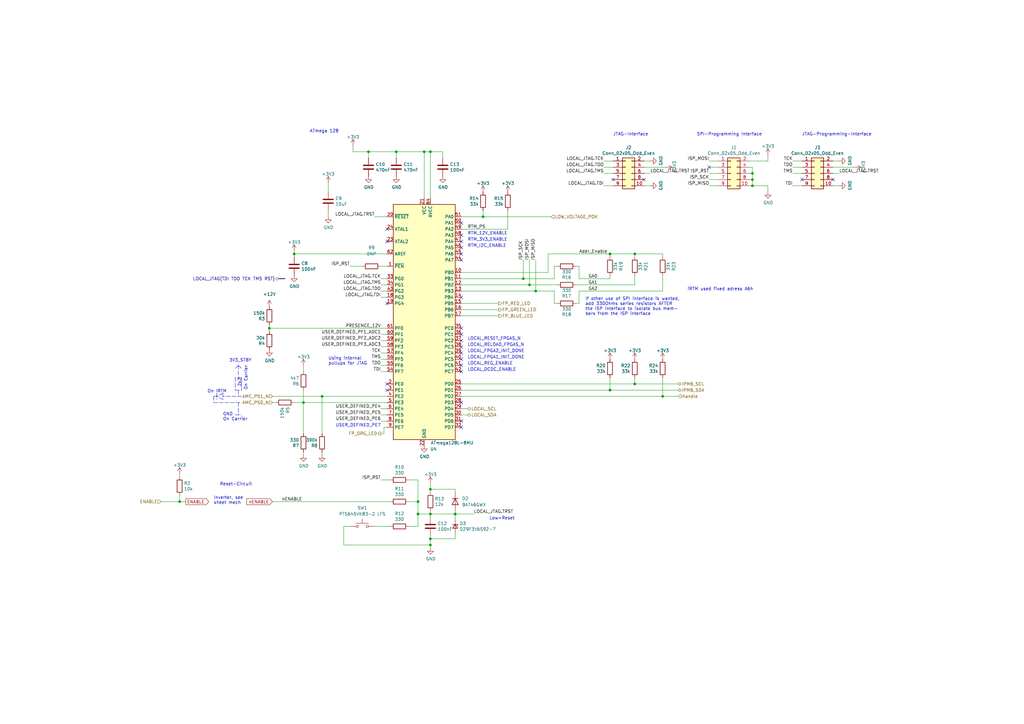
<source format=kicad_sch>
(kicad_sch (version 20211123) (generator eeschema)
  (paper "A3")
  (title_block (title "RTM_Template") (date "2022-09-07") (rev "1.0") (company "Karlsruhe Institute of Technology (KIT)") (comment 1 "Institute for Data Processing and Electronics (IPE)") (comment 2 "Carsten Schmerbeck") (comment 3 "Luis Ardila") (comment 4 "Licensed under CERN-OHL-P v2"))
  (lib_symbols
    (symbol "Connector_Generic:Conn_02x05_Odd_Even" (pin_names (offset 1.016) hide)
      (property "Reference" "J" (at 1.27 7.62 0))
      (property "Value" "Conn_02x05_Odd_Even" (at 1.27 -7.62 0))
      (symbol "Conn_02x05_Odd_Even_1_1"
        (rectangle (start -1.27 -4.953) (end 0 -5.207) (stroke (width 0.1524)))
        (rectangle (start -1.27 -2.413) (end 0 -2.667) (stroke (width 0.1524)))
        (rectangle (start -1.27 0.127) (end 0 -0.127) (stroke (width 0.1524)))
        (rectangle (start -1.27 2.667) (end 0 2.413) (stroke (width 0.1524)))
        (rectangle (start -1.27 5.207) (end 0 4.953) (stroke (width 0.1524)))
        (rectangle (start -1.27 6.35) (end 3.81 -6.35) (stroke (width 0.254)) (fill (type background)))
        (rectangle (start 3.81 -4.953) (end 2.54 -5.207) (stroke (width 0.1524)))
        (rectangle (start 3.81 -2.413) (end 2.54 -2.667) (stroke (width 0.1524)))
        (rectangle (start 3.81 0.127) (end 2.54 -0.127) (stroke (width 0.1524)))
        (rectangle (start 3.81 2.667) (end 2.54 2.413) (stroke (width 0.1524)))
        (rectangle (start 3.81 5.207) (end 2.54 4.953) (stroke (width 0.1524)))
        (pin passive line (at -5.08 5.08 0) (length 3.81) (name "Pin_1") (number "1"))
        (pin passive line (at 7.62 -5.08 180) (length 3.81) (name "Pin_10") (number "10"))
        (pin passive line (at 7.62 5.08 180) (length 3.81) (name "Pin_2") (number "2"))
        (pin passive line (at -5.08 2.54 0) (length 3.81) (name "Pin_3") (number "3"))
        (pin passive line (at 7.62 2.54 180) (length 3.81) (name "Pin_4") (number "4"))
        (pin passive line (at -5.08 0 0) (length 3.81) (name "Pin_5") (number "5"))
        (pin passive line (at 7.62 0 180) (length 3.81) (name "Pin_6") (number "6"))
        (pin passive line (at -5.08 -2.54 0) (length 3.81) (name "Pin_7") (number "7"))
        (pin passive line (at 7.62 -2.54 180) (length 3.81) (name "Pin_8") (number "8"))
        (pin passive line (at -5.08 -5.08 0) (length 3.81) (name "Pin_9") (number "9"))
      )
    )
    (symbol "Device:C" (pin_numbers hide) (pin_names (offset 0.254))
      (property "Reference" "C" (at 0.635 2.54 0))
      (property "Value" "C" (at 0.635 -2.54 0))
      (symbol "C_0_1"
        (polyline (pts (xy -2.032 -0.762) (xy 2.032 -0.762)) (stroke (width 0.508)))
        (polyline (pts (xy -2.032 0.762) (xy 2.032 0.762)) (stroke (width 0.508)))
      )
      (symbol "C_1_1"
        (pin passive line (at 0 3.81 270) (length 2.794) (name "~") (number "1"))
        (pin passive line (at 0 -3.81 90) (length 2.794) (name "~") (number "2"))
      )
    )
    (symbol "Device:D" (pin_numbers hide) (pin_names (offset 1.016) hide)
      (property "Reference" "D" (at 0 2.54 0))
      (property "Value" "D" (at 0 -2.54 0))
      (symbol "D_0_1"
        (polyline (pts (xy -1.27 1.27) (xy -1.27 -1.27)) (stroke (width 0.254)))
        (polyline (pts (xy 1.27 0) (xy -1.27 0)))
        (polyline (pts (xy 1.27 1.27) (xy 1.27 -1.27) (xy -1.27 0) (xy 1.27 1.27)) (stroke (width 0.254)))
      )
      (symbol "D_1_1"
        (pin passive line (at -3.81 0 0) (length 2.54) (name "K") (number "1"))
        (pin passive line (at 3.81 0 180) (length 2.54) (name "A") (number "2"))
      )
    )
    (symbol "Device:D_Zener_Small" (pin_numbers hide) (pin_names (offset 0.254) hide)
      (property "Reference" "D" (at 0 2.286 0))
      (property "Value" "D_Zener_Small" (at 0 -2.286 0))
      (symbol "D_Zener_Small_0_1"
        (polyline (pts (xy 0.762 0) (xy -0.762 0)))
        (polyline (pts (xy -0.254 1.016) (xy -0.762 1.016) (xy -0.762 -1.016)) (stroke (width 0.254)))
        (polyline (pts (xy 0.762 1.016) (xy -0.762 0) (xy 0.762 -1.016) (xy 0.762 1.016)) (stroke (width 0.254)))
      )
      (symbol "D_Zener_Small_1_1"
        (pin passive line (at -2.54 0 0) (length 1.778) (name "K") (number "1"))
        (pin passive line (at 2.54 0 180) (length 1.778) (name "A") (number "2"))
      )
    )
    (symbol "Device:R" (pin_numbers hide) (pin_names (offset 0))
      (property "Reference" "R" (at 2.032 0 90))
      (property "Value" "R" (at 0 0 90))
      (symbol "R_0_1"
        (rectangle (start -1.016 -2.54) (end 1.016 2.54) (stroke (width 0.254)))
      )
      (symbol "R_1_1"
        (pin passive line (at 0 3.81 270) (length 1.27) (name "~") (number "1"))
        (pin passive line (at 0 -3.81 90) (length 1.27) (name "~") (number "2"))
      )
    )
    (symbol "MCU_Microchip_ATmega:ATmega128L-8M"
      (property "Reference" "U" (at -12.7 49.53 0))
      (property "Value" "ATmega128L-8M" (at 2.54 -49.53 0))
      (symbol "ATmega128L-8M_0_1"
        (rectangle (start -12.7 -48.26) (end 12.7 48.26) (stroke (width 0.254)) (fill (type background)))
      )
      (symbol "ATmega128L-8M_1_1"
        (pin input line (at -15.24 22.86 0) (length 2.54) (name "~{PEN}") (number "1"))
        (pin bidirectional line (at 15.24 20.32 180) (length 2.54) (name "PB0") (number "10"))
        (pin bidirectional line (at 15.24 17.78 180) (length 2.54) (name "PB1") (number "11"))
        (pin bidirectional line (at 15.24 15.24 180) (length 2.54) (name "PB2") (number "12"))
        (pin bidirectional line (at 15.24 12.7 180) (length 2.54) (name "PB3") (number "13"))
        (pin bidirectional line (at 15.24 10.16 180) (length 2.54) (name "PB4") (number "14"))
        (pin bidirectional line (at 15.24 7.62 180) (length 2.54) (name "PB5") (number "15"))
        (pin bidirectional line (at 15.24 5.08 180) (length 2.54) (name "PB6") (number "16"))
        (pin bidirectional line (at 15.24 2.54 180) (length 2.54) (name "PB7") (number "17"))
        (pin bidirectional line (at -15.24 10.16 0) (length 2.54) (name "PG3") (number "18"))
        (pin bidirectional line (at -15.24 7.62 0) (length 2.54) (name "PG4") (number "19"))
        (pin bidirectional line (at -15.24 -25.4 0) (length 2.54) (name "PE0") (number "2"))
        (pin input line (at -15.24 43.18 0) (length 2.54) (name "~{RESET}") (number "20"))
        (pin power_in line (at 0 50.8 270) (length 2.54) (name "VCC") (number "21"))
        (pin power_in line (at 0 -50.8 90) (length 2.54) (name "GND") (number "22"))
        (pin output line (at -15.24 33.02 0) (length 2.54) (name "XTAL2") (number "23"))
        (pin input line (at -15.24 38.1 0) (length 2.54) (name "XTAL1") (number "24"))
        (pin bidirectional line (at 15.24 -25.4 180) (length 2.54) (name "PD0") (number "25"))
        (pin bidirectional line (at 15.24 -27.94 180) (length 2.54) (name "PD1") (number "26"))
        (pin bidirectional line (at 15.24 -30.48 180) (length 2.54) (name "PD2") (number "27"))
        (pin bidirectional line (at 15.24 -33.02 180) (length 2.54) (name "PD3") (number "28"))
        (pin bidirectional line (at 15.24 -35.56 180) (length 2.54) (name "PD4") (number "29"))
        (pin bidirectional line (at -15.24 -27.94 0) (length 2.54) (name "PE1") (number "3"))
        (pin bidirectional line (at 15.24 -38.1 180) (length 2.54) (name "PD5") (number "30"))
        (pin bidirectional line (at 15.24 -40.64 180) (length 2.54) (name "PD6") (number "31"))
        (pin bidirectional line (at 15.24 -43.18 180) (length 2.54) (name "PD7") (number "32"))
        (pin bidirectional line (at -15.24 17.78 0) (length 2.54) (name "PG0") (number "33"))
        (pin bidirectional line (at -15.24 15.24 0) (length 2.54) (name "PG1") (number "34"))
        (pin bidirectional line (at 15.24 -2.54 180) (length 2.54) (name "PC0") (number "35"))
        (pin bidirectional line (at 15.24 -5.08 180) (length 2.54) (name "PC1") (number "36"))
        (pin bidirectional line (at 15.24 -7.62 180) (length 2.54) (name "PC2") (number "37"))
        (pin bidirectional line (at 15.24 -10.16 180) (length 2.54) (name "PC3") (number "38"))
        (pin bidirectional line (at 15.24 -12.7 180) (length 2.54) (name "PC4") (number "39"))
        (pin bidirectional line (at -15.24 -30.48 0) (length 2.54) (name "PE2") (number "4"))
        (pin bidirectional line (at 15.24 -15.24 180) (length 2.54) (name "PC5") (number "40"))
        (pin bidirectional line (at 15.24 -17.78 180) (length 2.54) (name "PC6") (number "41"))
        (pin bidirectional line (at 15.24 -20.32 180) (length 2.54) (name "PC7") (number "42"))
        (pin bidirectional line (at -15.24 12.7 0) (length 2.54) (name "PG2") (number "43"))
        (pin bidirectional line (at 15.24 25.4 180) (length 2.54) (name "PA7") (number "44"))
        (pin bidirectional line (at 15.24 27.94 180) (length 2.54) (name "PA6") (number "45"))
        (pin bidirectional line (at 15.24 30.48 180) (length 2.54) (name "PA5") (number "46"))
        (pin bidirectional line (at 15.24 33.02 180) (length 2.54) (name "PA4") (number "47"))
        (pin bidirectional line (at 15.24 35.56 180) (length 2.54) (name "PA3") (number "48"))
        (pin bidirectional line (at 15.24 38.1 180) (length 2.54) (name "PA2") (number "49"))
        (pin bidirectional line (at -15.24 -33.02 0) (length 2.54) (name "PE3") (number "5"))
        (pin bidirectional line (at 15.24 40.64 180) (length 2.54) (name "PA1") (number "50"))
        (pin bidirectional line (at 15.24 43.18 180) (length 2.54) (name "PA0") (number "51"))
        (pin passive line (at 0 50.8 270) (length 2.54) hide (name "VCC") (number "52"))
        (pin passive line (at 0 -50.8 90) (length 2.54) hide (name "GND") (number "53"))
        (pin bidirectional line (at -15.24 -20.32 0) (length 2.54) (name "PF7") (number "54"))
        (pin bidirectional line (at -15.24 -17.78 0) (length 2.54) (name "PF6") (number "55"))
        (pin bidirectional line (at -15.24 -15.24 0) (length 2.54) (name "PF5") (number "56"))
        (pin bidirectional line (at -15.24 -12.7 0) (length 2.54) (name "PF4") (number "57"))
        (pin bidirectional line (at -15.24 -10.16 0) (length 2.54) (name "PF3") (number "58"))
        (pin bidirectional line (at -15.24 -7.62 0) (length 2.54) (name "PF2") (number "59"))
        (pin bidirectional line (at -15.24 -35.56 0) (length 2.54) (name "PE4") (number "6"))
        (pin bidirectional line (at -15.24 -5.08 0) (length 2.54) (name "PF1") (number "60"))
        (pin bidirectional line (at -15.24 -2.54 0) (length 2.54) (name "PF0") (number "61"))
        (pin passive line (at -15.24 27.94 0) (length 2.54) (name "AREF") (number "62"))
        (pin passive line (at 0 -50.8 90) (length 2.54) hide (name "GND") (number "63"))
        (pin power_in line (at 2.54 50.8 270) (length 2.54) (name "AVCC") (number "64"))
        (pin passive line (at 0 -50.8 90) (length 2.54) hide (name "GND") (number "65"))
        (pin bidirectional line (at -15.24 -38.1 0) (length 2.54) (name "PE5") (number "7"))
        (pin bidirectional line (at -15.24 -40.64 0) (length 2.54) (name "PE6") (number "8"))
        (pin bidirectional line (at -15.24 -43.18 0) (length 2.54) (name "PE7") (number "9"))
      )
    )
    (symbol "Switch:SW_Push" (pin_numbers hide) (pin_names (offset 1.016) hide)
      (property "Reference" "SW" (at 1.27 2.54 0))
      (property "Value" "SW_Push" (at 0 -1.524 0))
      (symbol "SW_Push_0_1"
        (circle (center -2.032 0) (radius 0.508))
        (polyline (pts (xy 0 1.27) (xy 0 3.048)))
        (polyline (pts (xy 2.54 1.27) (xy -2.54 1.27)))
        (circle (center 2.032 0) (radius 0.508))
        (pin passive line (at -5.08 0 0) (length 2.54) (name "1") (number "1"))
        (pin passive line (at 5.08 0 180) (length 2.54) (name "2") (number "2"))
      )
    )
    (symbol "power:+12V" (power) (pin_names (offset 0))
      (property "Value" "+12V" (at 0 3.556 0))
      (symbol "+12V_0_1"
        (polyline (pts (xy -0.762 1.27) (xy 0 2.54)))
        (polyline (pts (xy 0 0) (xy 0 2.54)))
        (polyline (pts (xy 0 2.54) (xy 0.762 1.27)))
      )
      (symbol "+12V_1_1"
        (pin power_in line (at 0 0 90) (length 0) hide (name "+12V") (number "1"))
      )
    )
    (symbol "power:+3V3" (power) (pin_names (offset 0))
      (property "Value" "+3V3" (at 0 3.556 0))
      (symbol "+3V3_0_1"
        (polyline (pts (xy -0.762 1.27) (xy 0 2.54)))
        (polyline (pts (xy 0 0) (xy 0 2.54)))
        (polyline (pts (xy 0 2.54) (xy 0.762 1.27)))
      )
      (symbol "+3V3_1_1"
        (pin power_in line (at 0 0 90) (length 0) hide (name "+3V3") (number "1"))
      )
    )
    (symbol "power:GND" (power) (pin_names (offset 0))
      (property "Value" "GND" (at 0 -3.81 0))
      (symbol "GND_0_1"
        (polyline (pts (xy 0 0) (xy 0 -1.27) (xy 1.27 -1.27) (xy 0 -2.54) (xy -1.27 -1.27) (xy 0 -1.27)))
      )
      (symbol "GND_1_1"
        (pin power_in line (at 0 0 270) (length 0) hide (name "GND") (number "1"))
      )
    )
  )
  (junction (at 250.19 160.02))
  (junction (at 171.45 205.74))
  (junction (at 308.61 76.2))
  (junction (at 132.08 162.56))
  (junction (at 120.65 104.14))
  (junction (at 186.69 210.82))
  (junction (at 124.46 165.1))
  (junction (at 250.19 104.14))
  (junction (at 176.53 200.66))
  (junction (at 176.53 220.98))
  (junction (at 162.56 62.23))
  (junction (at 271.78 162.56))
  (junction (at 73.66 205.74))
  (junction (at 214.63 114.3))
  (junction (at 110.49 134.62))
  (junction (at 151.13 62.23))
  (junction (at 176.53 210.82))
  (junction (at 260.35 104.14))
  (junction (at 308.61 73.66))
  (junction (at 171.45 210.82))
  (junction (at 176.53 223.52))
  (junction (at 308.61 71.12))
  (junction (at 260.35 157.48))
  (junction (at 198.12 88.9))
  (junction (at 217.17 116.84))
  (junction (at 219.71 119.38))
  (junction (at 176.53 62.23))
  (junction (at 173.99 62.23))
  (no_connect (at 189.23 134.62))
  (no_connect (at 189.23 137.16))
  (no_connect (at 341.63 73.66))
  (no_connect (at 189.23 165.1))
  (no_connect (at 189.23 104.14))
  (no_connect (at 158.75 93.98))
  (no_connect (at 158.75 157.48))
  (no_connect (at 189.23 121.92))
  (no_connect (at 189.23 101.6))
  (no_connect (at 189.23 96.52))
  (no_connect (at 189.23 99.06))
  (no_connect (at 264.16 73.66))
  (no_connect (at 158.75 124.46))
  (no_connect (at 328.93 73.66))
  (no_connect (at 189.23 106.68))
  (no_connect (at 189.23 175.26))
  (no_connect (at 158.75 99.06))
  (no_connect (at 189.23 91.44))
  (no_connect (at 158.75 160.02))
  (no_connect (at 251.46 73.66))
  (no_connect (at 189.23 144.78))
  (no_connect (at 189.23 147.32))
  (no_connect (at 189.23 149.86))
  (no_connect (at 189.23 152.4))
  (no_connect (at 189.23 142.24))
  (no_connect (at 189.23 172.72))
  (no_connect (at 189.23 139.7))
  (no_connect (at 290.83 68.58))
  (wire (pts (xy 111.76 162.56) (xy 132.08 162.56)))
  (wire (pts (xy 224.79 111.76) (xy 224.79 104.14)))
  (wire (pts (xy 189.23 93.98) (xy 208.28 93.98)))
  (wire (pts (xy 308.61 71.12) (xy 308.61 68.58)))
  (wire (pts (xy 171.45 210.82) (xy 171.45 205.74)))
  (wire (pts (xy 143.51 109.22) (xy 148.59 109.22)))
  (wire (pts (xy 247.65 68.58) (xy 251.46 68.58)))
  (wire (pts (xy 176.53 220.98) (xy 186.69 220.98)))
  (wire (pts (xy 186.69 220.98) (xy 186.69 218.44)))
  (wire (pts (xy 325.12 76.2) (xy 328.93 76.2)))
  (wire (pts (xy 176.53 62.23) (xy 176.53 81.28)))
  (wire (pts (xy 162.56 62.23) (xy 173.99 62.23)))
  (wire (pts (xy 341.63 76.2) (xy 344.17 76.2)))
  (wire (pts (xy 271.78 119.38) (xy 271.78 113.03)))
  (wire (pts (xy 132.08 162.56) (xy 158.75 162.56)))
  (wire (pts (xy 198.12 88.9) (xy 226.06 88.9)))
  (wire (pts (xy 124.46 160.02) (xy 124.46 165.1)))
  (wire (pts (xy 189.23 129.54) (xy 204.47 129.54)))
  (wire (pts (xy 110.49 133.35) (xy 110.49 134.62)))
  (wire (pts (xy 189.23 162.56) (xy 271.78 162.56)))
  (wire (pts (xy 156.21 152.4) (xy 158.75 152.4)))
  (wire (pts (xy 189.23 157.48) (xy 260.35 157.48)))
  (polyline (pts (xy 87.63 162.56) (xy 87.63 165.1)))
  (wire (pts (xy 250.19 160.02) (xy 278.13 160.02)))
  (wire (pts (xy 176.53 62.23) (xy 181.61 62.23)))
  (wire (pts (xy 219.71 106.68) (xy 219.71 119.38)))
  (wire (pts (xy 124.46 165.1) (xy 158.75 165.1)))
  (wire (pts (xy 271.78 162.56) (xy 278.13 162.56)))
  (wire (pts (xy 250.19 154.94) (xy 250.19 160.02)))
  (wire (pts (xy 227.33 124.46) (xy 228.6 124.46)))
  (wire (pts (xy 151.13 62.23) (xy 144.78 62.23)))
  (wire (pts (xy 237.49 114.3) (xy 250.19 114.3)))
  (wire (pts (xy 264.16 71.12) (xy 266.7 71.12)))
  (wire (pts (xy 156.21 170.18) (xy 158.75 170.18)))
  (wire (pts (xy 264.16 76.2) (xy 266.7 76.2)))
  (polyline (pts (xy 99.06 154.94) (xy 96.52 154.94)))
  (wire (pts (xy 307.34 71.12) (xy 308.61 71.12)))
  (wire (pts (xy 247.65 71.12) (xy 251.46 71.12)))
  (wire (pts (xy 247.65 76.2) (xy 251.46 76.2)))
  (wire (pts (xy 124.46 185.42) (xy 124.46 186.69)))
  (polyline (pts (xy 99.06 160.02) (xy 99.06 154.94)))
  (wire (pts (xy 110.49 134.62) (xy 110.49 135.89)))
  (wire (pts (xy 132.08 162.56) (xy 132.08 177.8)))
  (wire (pts (xy 217.17 106.68) (xy 217.17 116.84)))
  (wire (pts (xy 214.63 106.68) (xy 214.63 114.3)))
  (wire (pts (xy 176.53 210.82) (xy 176.53 212.09)))
  (wire (pts (xy 156.21 114.3) (xy 158.75 114.3)))
  (wire (pts (xy 307.34 73.66) (xy 308.61 73.66)))
  (polyline (pts (xy 96.52 170.18) (xy 99.06 170.18)))
  (wire (pts (xy 156.21 167.64) (xy 158.75 167.64)))
  (wire (pts (xy 341.63 68.58) (xy 350.52 68.58)))
  (wire (pts (xy 73.66 205.74) (xy 76.2 205.74)))
  (wire (pts (xy 308.61 76.2) (xy 307.34 76.2)))
  (wire (pts (xy 156.21 147.32) (xy 158.75 147.32)))
  (wire (pts (xy 341.63 71.12) (xy 344.17 71.12)))
  (wire (pts (xy 143.51 215.9) (xy 140.97 215.9)))
  (wire (pts (xy 294.64 66.04) (xy 290.83 66.04)))
  (wire (pts (xy 176.53 210.82) (xy 171.45 210.82)))
  (wire (pts (xy 237.49 124.46) (xy 237.49 119.38)))
  (wire (pts (xy 124.46 149.86) (xy 124.46 152.4)))
  (wire (pts (xy 341.63 66.04) (xy 344.17 66.04)))
  (wire (pts (xy 156.21 137.16) (xy 158.75 137.16)))
  (wire (pts (xy 271.78 104.14) (xy 271.78 105.41)))
  (wire (pts (xy 260.35 116.84) (xy 260.35 113.03)))
  (wire (pts (xy 156.21 109.22) (xy 158.75 109.22)))
  (wire (pts (xy 153.67 88.9) (xy 158.75 88.9)))
  (wire (pts (xy 132.08 185.42) (xy 132.08 186.69)))
  (wire (pts (xy 181.61 62.23) (xy 181.61 64.77)))
  (polyline (pts (xy 88.9 161.29) (xy 88.9 163.83)))
  (wire (pts (xy 264.16 66.04) (xy 266.7 66.04)))
  (wire (pts (xy 237.49 119.38) (xy 271.78 119.38)))
  (wire (pts (xy 156.21 172.72) (xy 158.75 172.72)))
  (wire (pts (xy 162.56 64.77) (xy 162.56 62.23)))
  (wire (pts (xy 73.66 203.2) (xy 73.66 205.74)))
  (polyline (pts (xy 96.52 154.94) (xy 96.52 160.02)))
  (wire (pts (xy 227.33 109.22) (xy 228.6 109.22)))
  (wire (pts (xy 111.76 205.74) (xy 160.02 205.74)))
  (wire (pts (xy 314.96 76.2) (xy 314.96 78.74)))
  (wire (pts (xy 189.23 124.46) (xy 204.47 124.46)))
  (wire (pts (xy 236.22 124.46) (xy 237.49 124.46)))
  (wire (pts (xy 264.16 68.58) (xy 273.05 68.58)))
  (wire (pts (xy 156.21 144.78) (xy 158.75 144.78)))
  (wire (pts (xy 189.23 119.38) (xy 219.71 119.38)))
  (wire (pts (xy 219.71 119.38) (xy 227.33 119.38)))
  (wire (pts (xy 156.21 142.24) (xy 158.75 142.24)))
  (wire (pts (xy 167.64 196.85) (xy 171.45 196.85)))
  (wire (pts (xy 308.61 76.2) (xy 308.61 73.66)))
  (wire (pts (xy 224.79 104.14) (xy 250.19 104.14)))
  (wire (pts (xy 158.75 104.14) (xy 120.65 104.14)))
  (wire (pts (xy 186.69 209.55) (xy 186.69 210.82)))
  (wire (pts (xy 294.64 68.58) (xy 290.83 68.58)))
  (wire (pts (xy 171.45 215.9) (xy 167.64 215.9)))
  (wire (pts (xy 124.46 165.1) (xy 124.46 177.8)))
  (wire (pts (xy 250.19 104.14) (xy 250.19 105.41)))
  (polyline (pts (xy 87.63 165.1) (xy 99.06 165.1)))
  (wire (pts (xy 171.45 205.74) (xy 167.64 205.74)))
  (wire (pts (xy 111.76 165.1) (xy 113.03 165.1)))
  (wire (pts (xy 140.97 215.9) (xy 140.97 223.52)))
  (wire (pts (xy 120.65 165.1) (xy 124.46 165.1)))
  (wire (pts (xy 134.62 86.36) (xy 134.62 88.9)))
  (wire (pts (xy 189.23 111.76) (xy 224.79 111.76)))
  (wire (pts (xy 237.49 109.22) (xy 237.49 114.3)))
  (wire (pts (xy 120.65 105.41) (xy 120.65 104.14)))
  (wire (pts (xy 66.04 205.74) (xy 73.66 205.74)))
  (wire (pts (xy 153.67 215.9) (xy 160.02 215.9)))
  (wire (pts (xy 186.69 200.66) (xy 186.69 201.93)))
  (wire (pts (xy 157.48 177.8) (xy 157.48 175.26)))
  (wire (pts (xy 308.61 68.58) (xy 307.34 68.58)))
  (wire (pts (xy 144.78 62.23) (xy 144.78 59.69)))
  (wire (pts (xy 260.35 104.14) (xy 260.35 105.41)))
  (wire (pts (xy 156.21 121.92) (xy 158.75 121.92)))
  (wire (pts (xy 325.12 66.04) (xy 328.93 66.04)))
  (polyline (pts (xy 91.44 163.83) (xy 88.9 162.56)))
  (wire (pts (xy 176.53 220.98) (xy 176.53 223.52)))
  (wire (pts (xy 294.64 71.12) (xy 290.83 71.12)))
  (wire (pts (xy 278.13 157.48) (xy 260.35 157.48)))
  (wire (pts (xy 156.21 119.38) (xy 158.75 119.38)))
  (wire (pts (xy 250.19 113.03) (xy 250.19 114.3)))
  (wire (pts (xy 189.23 88.9) (xy 198.12 88.9)))
  (wire (pts (xy 120.65 102.87) (xy 120.65 104.14)))
  (wire (pts (xy 260.35 104.14) (xy 271.78 104.14)))
  (wire (pts (xy 110.49 134.62) (xy 158.75 134.62)))
  (wire (pts (xy 189.23 114.3) (xy 214.63 114.3)))
  (wire (pts (xy 186.69 200.66) (xy 176.53 200.66)))
  (wire (pts (xy 176.53 209.55) (xy 176.53 210.82)))
  (wire (pts (xy 189.23 167.64) (xy 191.77 167.64)))
  (wire (pts (xy 308.61 76.2) (xy 314.96 76.2)))
  (wire (pts (xy 156.21 149.86) (xy 158.75 149.86)))
  (wire (pts (xy 227.33 114.3) (xy 227.33 109.22)))
  (wire (pts (xy 250.19 104.14) (xy 260.35 104.14)))
  (polyline (pts (xy 99.06 162.56) (xy 91.44 162.56)))
  (wire (pts (xy 156.21 177.8) (xy 157.48 177.8)))
  (wire (pts (xy 156.21 139.7) (xy 158.75 139.7)))
  (polyline (pts (xy 97.79 149.86) (xy 99.06 151.13)))
  (wire (pts (xy 189.23 127) (xy 204.47 127)))
  (wire (pts (xy 189.23 160.02) (xy 250.19 160.02)))
  (wire (pts (xy 325.12 68.58) (xy 328.93 68.58)))
  (wire (pts (xy 314.96 66.04) (xy 314.96 63.5)))
  (bus (pts (xy 114.3 114.3) (xy 116.84 114.3)))
  (wire (pts (xy 156.21 116.84) (xy 158.75 116.84)))
  (polyline (pts (xy 96.52 160.02) (xy 99.06 160.02)))
  (wire (pts (xy 176.53 201.93) (xy 176.53 200.66)))
  (wire (pts (xy 186.69 213.36) (xy 186.69 210.82)))
  (wire (pts (xy 308.61 73.66) (xy 308.61 71.12)))
  (wire (pts (xy 227.33 119.38) (xy 227.33 124.46)))
  (wire (pts (xy 186.69 210.82) (xy 194.31 210.82)))
  (wire (pts (xy 236.22 116.84) (xy 260.35 116.84)))
  (wire (pts (xy 198.12 86.36) (xy 198.12 88.9)))
  (wire (pts (xy 290.83 73.66) (xy 294.64 73.66)))
  (polyline (pts (xy 91.44 161.29) (xy 91.44 163.83)))
  (wire (pts (xy 176.53 223.52) (xy 176.53 224.79)))
  (wire (pts (xy 171.45 210.82) (xy 171.45 215.9)))
  (wire (pts (xy 151.13 62.23) (xy 162.56 62.23)))
  (wire (pts (xy 247.65 66.04) (xy 251.46 66.04)))
  (wire (pts (xy 73.66 194.31) (xy 73.66 195.58)))
  (wire (pts (xy 208.28 93.98) (xy 208.28 86.36)))
  (wire (pts (xy 294.64 76.2) (xy 290.83 76.2)))
  (polyline (pts (xy 87.63 162.56) (xy 88.9 162.56)))
  (wire (pts (xy 176.53 219.71) (xy 176.53 220.98)))
  (wire (pts (xy 160.02 196.85) (xy 156.21 196.85)))
  (polyline (pts (xy 96.52 151.13) (xy 97.79 149.86)))
  (wire (pts (xy 173.99 62.23) (xy 176.53 62.23)))
  (wire (pts (xy 151.13 64.77) (xy 151.13 62.23)))
  (wire (pts (xy 189.23 170.18) (xy 191.77 170.18)))
  (wire (pts (xy 176.53 200.66) (xy 176.53 198.12)))
  (wire (pts (xy 236.22 109.22) (xy 237.49 109.22)))
  (polyline (pts (xy 97.79 165.1) (xy 97.79 170.18)))
  (wire (pts (xy 173.99 62.23) (xy 173.99 81.28)))
  (polyline (pts (xy 97.79 149.86) (xy 97.79 154.94)))
  (wire (pts (xy 271.78 154.94) (xy 271.78 162.56)))
  (polyline (pts (xy 97.79 160.02) (xy 97.79 162.56)))
  (wire (pts (xy 189.23 116.84) (xy 217.17 116.84)))
  (wire (pts (xy 134.62 74.93) (xy 134.62 78.74)))
  (wire (pts (xy 307.34 66.04) (xy 314.96 66.04)))
  (wire (pts (xy 214.63 114.3) (xy 227.33 114.3)))
  (wire (pts (xy 260.35 154.94) (xy 260.35 157.48)))
  (wire (pts (xy 157.48 175.26) (xy 158.75 175.26)))
  (polyline (pts (xy 91.44 161.29) (xy 88.9 162.56)))
  (wire (pts (xy 217.17 116.84) (xy 228.6 116.84)))
  (wire (pts (xy 325.12 71.12) (xy 328.93 71.12)))
  (wire (pts (xy 140.97 223.52) (xy 176.53 223.52)))
  (wire (pts (xy 176.53 210.82) (xy 186.69 210.82)))
  (wire (pts (xy 171.45 196.85) (xy 171.45 205.74)))
  (text "If other use of SPI interface is wanted,\nadd 330Ohms series resistors AFTER\nthe ISP interface to isolate bus mem-\nbers from the ISP interface\n" (at 240.03 129.54 0) (effects (font (size 1.27 1.27)) (justify left bottom)))
  (text "LOCAL_REG_ENABLE" (at 191.77 149.86 0) (effects (font (size 1.27 1.27)) (justify left bottom)))
  (text "On iRTM" (at 85.09 161.29 0) (effects (font (size 1.27 1.27)) (justify left bottom)))
  (text "Inverter, see\nsheet mech" (at 87.63 207.01 0) (effects (font (size 1.27 1.27)) (justify left bottom)))
  (text "GND\nOn Carrier" (at 91.44 172.72 0) (effects (font (size 1.27 1.27)) (justify left bottom)))
  (text "RTM_3V3_ENABLE" (at 191.77 99.06 0) (effects (font (size 1.27 1.27)) (justify left bottom)))
  (text "RTM_12V_ENABLE" (at 191.77 96.52 0) (effects (font (size 1.27 1.27)) (justify left bottom)))
  (text "LOCAL_RELOAD_FPGAS_N" (at 191.77 142.24 0) (effects (font (size 1.27 1.27)) (justify left bottom)))
  (text "SPI-Programming Interface" (at 285.75 55.88 0) (effects (font (size 1.27 1.27)) (justify left bottom)))
  (text "USER_DEFINED_PE7" (at 156.21 175.26 180) (effects (font (size 1.27 1.27)) (justify right bottom)))
  (text "JTAG-Programming-Interface" (at 328.93 55.88 0) (effects (font (size 1.27 1.27)) (justify left bottom)))
  (text "RTM_I2C_ENABLE" (at 191.77 101.6 0) (effects (font (size 1.27 1.27)) (justify left bottom)))
  (text "3V3_STBY" (at 93.98 148.59 0) (effects (font (size 1.27 1.27)) (justify left bottom)))
  (text "LOCAL_FPGA1_INIT_DONE" (at 191.77 147.32 0) (effects (font (size 1.27 1.27)) (justify left bottom)))
  (text "LOCAL_DCDC_ENABLE" (at 191.77 152.4 0) (effects (font (size 1.27 1.27)) (justify left bottom)))
  (text "On Carrier" (at 101.6 160.02 90) (effects (font (size 1.27 1.27)) (justify left bottom)))
  (text "Using internal\npullups for JTAG" (at 134.62 149.86 0) (effects (font (size 1.27 1.27)) (justify left bottom)))
  (text "JTAG-Interface" (at 251.46 55.88 0) (effects (font (size 1.27 1.27)) (justify left bottom)))
  (text "ATmega 128" (at 127 54.61 0) (effects (font (size 1.27 1.27)) (justify left bottom)))
  (text "iRTM used fixed adress A6h" (at 281.94 119.38 0) (effects (font (size 1.27 1.27)) (justify left bottom)))
  (text "LOCAL_FPGA2_INIT_DONE" (at 191.77 144.78 0) (effects (font (size 1.27 1.27)) (justify left bottom)))
  (text "LOCAL_RESET_FPGAS_N" (at 191.77 139.7 0) (effects (font (size 1.27 1.27)) (justify left bottom)))
  (text "Reset-Circuit" (at 90.17 199.39 0) (effects (font (size 1.27 1.27)) (justify left bottom)))
  (text "Low=Reset" (at 200.66 213.36 0) (effects (font (size 1.27 1.27)) (justify left bottom)))
  (text "2k2" (at 99.06 158.75 90) (effects (font (size 1.27 1.27)) (justify left bottom)))
  (label "ISP_SCK" (at 214.63 106.68 90))
  (label "PRESENCE_12V" (at 156.21 134.62 180))
  (label "GA1" (at 241.3 116.84 0))
  (label "ISP_RST" (at 156.21 196.85 180))
  (label "LOCAL_JTAG.TDI" (at 247.65 76.2 180))
  (label "LOCAL_JTAG.TMS" (at 247.65 71.12 180))
  (label "LOCAL_JTAG.TRST" (at 266.7 71.12 0))
  (label "TMS" (at 325.12 71.12 180))
  (label "ISP_MISO" (at 290.83 76.2 180))
  (label "USER_DEFINED_PE6" (at 156.21 172.72 180))
  (label "ISP_RST" (at 290.83 71.12 180))
  (label "Addr_Enable" (at 237.49 104.14 0))
  (label "USER_DEFINED_PF2_ADC2" (at 156.21 139.7 180))
  (label "LOCAL_JTAG.TDO" (at 156.21 119.38 180))
  (label "ISP_MISO" (at 219.71 106.68 90))
  (label "TDO" (at 156.21 149.86 180))
  (label "ISP_RST" (at 143.51 109.22 180))
  (label "LOCAL_JTAG.TRST" (at 344.17 71.12 0))
  (label "GA0" (at 241.3 114.3 0))
  (label "LOCAL_JTAG.TCK" (at 247.65 66.04 180))
  (label "LOCAL_JTAG.TRST" (at 194.31 210.82 0))
  (label "TMS" (at 156.21 147.32 180))
  (label "LOCAL_JTAG.TCK" (at 156.21 114.3 180))
  (label "RTM_PS" (at 191.77 93.98 0))
  (label "ISP_SCK" (at 290.83 73.66 180))
  (label "LOCAL_JTAG.TRST" (at 153.67 88.9 180))
  (label "USER_DEFINED_PE5" (at 156.21 170.18 180))
  (label "TDI" (at 156.21 152.4 180))
  (label "GA2" (at 241.3 119.38 0))
  (label "ISP_MOSI" (at 217.17 106.68 90))
  (label "ISP_MOSI" (at 290.83 66.04 180))
  (label "nENABLE" (at 115.57 205.74 0))
  (label "LOCAL_JTAG.TDO" (at 247.65 68.58 180))
  (label "USER_DEFINED_PF1_ADC1" (at 156.21 137.16 180))
  (label "TDI" (at 325.12 76.2 180))
  (label "TDO" (at 325.12 68.58 180))
  (label "LOCAL_JTAG.TMS" (at 156.21 116.84 180))
  (label "LOCAL_JTAG.TDI" (at 156.21 121.92 180))
  (label "USER_DEFINED_PF3_ADC3" (at 156.21 142.24 180))
  (label "TCK" (at 325.12 66.04 180))
  (label "TCK" (at 156.21 144.78 180))
  (label "USER_DEFINED_PE4" (at 156.21 167.64 180))
  (global_label "ENABLE" (shape output) (at 76.2 205.74 0) (property "Intersheet References" "${INTERSHEET_REFS}" (effects hide)))
  (global_label "nENABLE" (shape input) (at 111.76 205.74 180) (property "Intersheet References" "${INTERSHEET_REFS}" (effects hide)))
  (hierarchical_label "FP_BLUE_LED" (shape output) (at 204.47 129.54 0))
  (hierarchical_label "LOCAL_SDA" (shape bidirectional) (at 191.77 170.18 0))
  (hierarchical_label "AMC_PS0_N" (shape input) (at 111.76 165.1 180))
  (hierarchical_label "FP_RED_LED" (shape output) (at 204.47 124.46 0))
  (hierarchical_label "AMC_PS1_N" (shape input) (at 111.76 162.56 180))
  (hierarchical_label "FP_GREEN_LED" (shape output) (at 204.47 127 0))
  (hierarchical_label "LOW_VOLTAGE_POK" (shape input) (at 226.06 88.9 0))
  (hierarchical_label "IPMB_SDA" (shape bidirectional) (at 278.13 160.02 0))
  (hierarchical_label "LOCAL_JTAG{TDI TDO TCK TMS RST}" (shape bidirectional) (at 114.3 114.3 180))
  (hierarchical_label "IPMB_SCL" (shape bidirectional) (at 278.13 157.48 0))
  (hierarchical_label "ENABLE" (shape input) (at 66.04 205.74 180))
  (hierarchical_label "Handle" (shape input) (at 278.13 162.56 0))
  (hierarchical_label "LOCAL_SCL" (shape bidirectional) (at 191.77 167.64 0))
  (hierarchical_label "FP_ORG_LED" (shape output) (at 156.21 177.8 180))
  (symbol (lib_id "power:GND") (at 181.61 72.39 0) (unit 1)
    (property "Reference" "#PWR049" (effects hide))
    (property "Value" "GND" (at 181.737 76.7842 0))
  )
  (symbol (lib_id "Device:R") (at 208.28 82.55 0) (mirror y) (unit 1)
    (property "Reference" "R15" (at 206.502 81.3816 0) (effects (justify left)))
    (property "Value" "33k" (at 206.502 83.693 0) (effects (justify left)))
    (property "Footprint" "Resistor_SMD:R_0402_1005Metric" (effects hide))
    (property "stock" "AVT-IPE" (effects hide))
  )
  (symbol (lib_id "Device:R") (at 176.53 205.74 180) (unit 1)
    (property "Reference" "R13" (at 178.308 204.5716 0) (effects (justify right)))
    (property "Value" "12k" (at 178.308 206.883 0) (effects (justify right)))
    (property "Footprint" "Resistor_SMD:R_0402_1005Metric" (effects hide))
    (property "stock" "AVT-IPE" (effects hide))
  )
  (symbol (lib_id "power:+3V3") (at 120.65 102.87 0) (unit 1)
    (property "Reference" "#PWR035" (effects hide))
    (property "Value" "+3V3" (at 120.65 99.314 0))
  )
  (symbol (lib_id "Device:R") (at 163.83 205.74 270) (unit 1)
    (property "Reference" "R11" (at 163.83 200.4822 90))
    (property "Value" "330" (at 163.83 202.7936 90))
    (property "Footprint" "Resistor_SMD:R_0402_1005Metric" (effects hide))
    (property "stock" "AVT-IPE" (effects hide))
  )
  (symbol (lib_id "power:GND") (at 314.96 78.74 0) (unit 1)
    (property "Reference" "#PWR059" (effects hide))
    (property "Value" "GND" (at 315.087 83.1342 0))
  )
  (symbol (lib_id "power:GND") (at 151.13 72.39 0) (unit 1)
    (property "Reference" "#PWR044" (effects hide))
    (property "Value" "GND" (at 151.257 76.7842 0))
  )
  (symbol (lib_id "Device:R") (at 132.08 181.61 0) (mirror x) (unit 1)
    (property "Reference" "R8" (at 130.302 182.7784 0) (effects (justify right)))
    (property "Value" "390k" (at 130.302 180.467 0) (effects (justify right)))
    (property "Footprint" "Resistor_SMD:R_0402_1005Metric" (effects hide))
    (property "stock" "AVT-IPE" (effects hide))
  )
  (symbol (lib_id "Device:R") (at 163.83 196.85 270) (unit 1)
    (property "Reference" "R10" (at 163.83 191.5922 90))
    (property "Value" "330" (at 163.83 193.9036 90))
    (property "Footprint" "Resistor_SMD:R_0402_1005Metric" (effects hide))
    (property "stock" "AVT-IPE" (effects hide))
  )
  (symbol (lib_id "power:GND") (at 120.65 113.03 0) (unit 1)
    (property "Reference" "#PWR036" (effects hide))
    (property "Value" "GND" (at 120.777 117.4242 0))
  )
  (symbol (lib_id "power:GND") (at 344.17 66.04 90) (unit 1)
    (property "Reference" "#PWR0138" (effects hide))
    (property "Value" "GND" (at 348.5642 65.913 0))
  )
  (symbol (lib_id "Device:R") (at 232.41 109.22 90) (unit 1)
    (property "Reference" "R16" (at 232.41 114.4778 90) (effects (justify top)))
    (property "Value" "330" (at 232.41 112.1664 90) (effects (justify top)))
    (property "Footprint" "Resistor_SMD:R_0402_1005Metric" (effects hide))
    (property "stock" "AVT-IPE" (effects hide))
  )
  (symbol (lib_id "Device:C") (at 181.61 68.58 0) (unit 1)
    (property "Reference" "C13" (at 184.531 67.4116 0) (effects (justify left)))
    (property "Value" "100nF" (at 184.531 69.723 0) (effects (justify left)))
    (property "Footprint" "Capacitor_SMD:C_0402_1005Metric" (effects hide))
    (property "stock" "AVT-IPE" (effects hide))
  )
  (symbol (lib_id "Device:C") (at 162.56 68.58 0) (unit 1)
    (property "Reference" "C11" (at 165.481 67.4116 0) (effects (justify left)))
    (property "Value" "470nF" (at 165.481 69.723 0) (effects (justify left)))
    (property "Footprint" "Capacitor_SMD:C_0402_1005Metric" (effects hide))
    (property "stock" "AVT-IPE" (effects hide))
  )
  (symbol (lib_id "power:+3V3") (at 250.19 147.32 0) (unit 1)
    (property "Reference" "#PWR052" (effects hide))
    (property "Value" "+3V3" (at 250.19 143.764 0))
  )
  (symbol (lib_id "Device:R") (at 250.19 109.22 180) (unit 1)
    (property "Reference" "R19" (at 255.4478 109.22 90) (effects (justify top)))
    (property "Value" "33k" (at 253.1364 109.22 90) (effects (justify top)))
    (property "Footprint" "Resistor_SMD:R_0402_1005Metric" (effects hide))
    (property "stock" "AVT-IPE" (effects hide))
  )
  (symbol (lib_id "Device:R") (at 232.41 124.46 90) (unit 1)
    (property "Reference" "R18" (at 232.41 129.7178 90) (effects (justify top)))
    (property "Value" "330" (at 232.41 127.4064 90) (effects (justify top)))
    (property "Footprint" "Resistor_SMD:R_0402_1005Metric" (effects hide))
    (property "stock" "AVT-IPE" (effects hide))
  )
  (symbol (lib_id "power:+3V3") (at 134.62 74.93 0) (unit 1)
    (property "Reference" "#PWR040" (effects hide))
    (property "Value" "+3V3" (at 134.62 71.374 0))
  )
  (symbol (lib_id "Device:R") (at 271.78 151.13 0) (mirror y) (unit 1)
    (property "Reference" "R24" (at 270.002 149.9616 0) (effects (justify left)))
    (property "Value" "33k" (at 270.002 152.273 0) (effects (justify left)))
    (property "Footprint" "Resistor_SMD:R_0402_1005Metric" (effects hide))
    (property "stock" "AVT-IPE" (effects hide))
  )
  (symbol (lib_id "power:+3V3") (at 350.52 68.58 270) (unit 1)
    (property "Reference" "#PWR0158" (effects hide))
    (property "Value" "+3V3" (at 354.076 68.58 0))
  )
  (symbol (lib_id "Device:R") (at 260.35 151.13 0) (mirror y) (unit 1)
    (property "Reference" "R22" (at 258.572 149.9616 0) (effects (justify left)))
    (property "Value" "33k" (at 258.572 152.273 0) (effects (justify left)))
    (property "Footprint" "Resistor_SMD:R_0402_1005Metric" (effects hide))
    (property "stock" "AVT-IPE" (effects hide))
  )
  (symbol (lib_id "Switch:SW_Push") (at 148.59 215.9 0) (unit 1)
    (property "Reference" "SW1" (at 148.59 208.28 0))
    (property "Value" "PTS645VK83-2 LFS" (at 148.59 210.82 0))
    (property "Footprint" "KIT_Switch:PTS645VK83-2" (effects hide))
    (property "Datasheet" "https://www.ckswitches.com/media/1471/pts645.pdf" (effects hide))
    (property "manf#" "PTS645VK83-2 LFS" (effects hide))
    (property "manf" "CK" (effects hide))
    (property "digikey#" "CKN10950-ND" (effects hide))
    (property "stock" "Box:11" (effects hide))
  )
  (symbol (lib_id "power:+3V3") (at 124.46 149.86 0) (unit 1)
    (property "Reference" "#PWR037" (effects hide))
    (property "Value" "+3V3" (at 124.46 146.304 0))
  )
  (symbol (lib_id "power:GND") (at 266.7 66.04 90) (unit 1)
    (property "Reference" "#PWR054" (effects hide))
    (property "Value" "GND" (at 271.0942 65.913 0))
  )
  (symbol (lib_id "Device:C") (at 176.53 215.9 0) (unit 1)
    (property "Reference" "C12" (at 179.451 214.7316 0) (effects (justify left)))
    (property "Value" "100nF" (at 179.451 217.043 0) (effects (justify left)))
    (property "Footprint" "Capacitor_SMD:C_0402_1005Metric" (effects hide))
    (property "stock" "AVT-IPE" (effects hide))
  )
  (symbol (lib_id "Device:R") (at 110.49 139.7 0) (mirror x) (unit 1)
    (property "Reference" "R4" (at 108.712 140.8684 0) (effects (justify right)))
    (property "Value" "30k" (at 108.712 138.557 0) (effects (justify right)))
    (property "Footprint" "Resistor_SMD:R_0402_1005Metric" (effects hide))
    (property "stock" "AVT-IPE" (effects hide))
  )
  (symbol (lib_id "Device:R") (at 232.41 116.84 90) (unit 1)
    (property "Reference" "R17" (at 232.41 122.0978 90) (effects (justify top)))
    (property "Value" "330" (at 232.41 119.7864 90) (effects (justify top)))
    (property "Footprint" "Resistor_SMD:R_0402_1005Metric" (effects hide))
    (property "stock" "AVT-IPE" (effects hide))
  )
  (symbol (lib_id "Device:R") (at 152.4 109.22 90) (unit 1)
    (property "Reference" "R9" (at 152.4 101.6 90))
    (property "Value" "DNP" (at 152.4 104.14 90))
    (property "Footprint" "Resistor_SMD:R_0402_1005Metric" (effects hide))
    (property "DNP" "DNP" (effects hide))
    (property "stock" "DNP" (effects hide))
  )
  (symbol (lib_id "Device:R") (at 73.66 199.39 180) (unit 1)
    (property "Reference" "R2" (at 75.438 198.2216 0) (effects (justify right)))
    (property "Value" "10k" (at 75.438 200.533 0) (effects (justify right)))
    (property "Footprint" "Resistor_SMD:R_0402_1005Metric" (effects hide))
    (property "stock" "AVT-IPE" (effects hide))
    (property "digikey#" "A129639CT-ND" (effects hide))
    (property "manf" "TE" (effects hide))
    (property "manf#" "CRGCQ0402F10K" (effects hide))
  )
  (symbol (lib_id "power:+3V3") (at 271.78 147.32 0) (unit 1)
    (property "Reference" "#PWR056" (effects hide))
    (property "Value" "+3V3" (at 271.78 143.764 0))
  )
  (symbol (lib_id "power:GND") (at 162.56 72.39 0) (unit 1)
    (property "Reference" "#PWR045" (effects hide))
    (property "Value" "GND" (at 162.687 76.7842 0))
  )
  (symbol (lib_id "power:GND") (at 132.08 186.69 0) (unit 1)
    (property "Reference" "#PWR039" (effects hide))
    (property "Value" "GND" (at 132.207 191.0842 0))
  )
  (symbol (lib_id "Device:R") (at 124.46 156.21 0) (mirror x) (unit 1)
    (property "Reference" "R6" (at 122.682 157.3784 0) (effects (justify right)))
    (property "Value" "4k7" (at 122.682 155.067 0) (effects (justify right)))
    (property "Footprint" "Resistor_SMD:R_0402_1005Metric" (effects hide))
    (property "stock" "AVT-IPE" (effects hide))
  )
  (symbol (lib_id "Device:R") (at 124.46 181.61 0) (mirror x) (unit 1)
    (property "Reference" "R7" (at 122.682 182.7784 0) (effects (justify right)))
    (property "Value" "330" (at 122.682 180.467 0) (effects (justify right)))
    (property "Footprint" "Resistor_SMD:R_0402_1005Metric" (effects hide))
    (property "stock" "AVT-IPE" (effects hide))
  )
  (symbol (lib_id "power:+3V3") (at 144.78 59.69 0) (unit 1)
    (property "Reference" "#PWR042" (effects hide))
    (property "Value" "+3V3" (at 144.78 56.134 0))
  )
  (symbol (lib_id "Device:R") (at 116.84 165.1 270) (mirror x) (unit 1)
    (property "Reference" "R5" (at 118.0084 166.878 0) (effects (justify right)))
    (property "Value" "150k" (at 115.697 166.878 0) (effects (justify right)))
    (property "Footprint" "Resistor_SMD:R_0402_1005Metric" (effects hide))
    (property "stock" "AVT-IPE" (effects hide))
  )
  (symbol (lib_id "power:+3V3") (at 198.12 78.74 0) (unit 1)
    (property "Reference" "#PWR050" (effects hide))
    (property "Value" "+3V3" (at 198.12 75.184 0))
  )
  (symbol (lib_id "power:GND") (at 124.46 186.69 0) (unit 1)
    (property "Reference" "#PWR038" (effects hide))
    (property "Value" "GND" (at 124.587 191.0842 0))
  )
  (symbol (lib_id "Device:R") (at 271.78 109.22 180) (unit 1)
    (property "Reference" "R23" (at 277.0378 109.22 90) (effects (justify top)))
    (property "Value" "33k" (at 274.7264 109.22 90) (effects (justify top)))
    (property "Footprint" "Resistor_SMD:R_0402_1005Metric" (effects hide))
    (property "stock" "AVT-IPE" (effects hide))
  )
  (symbol (lib_id "power:GND") (at 344.17 76.2 90) (unit 1)
    (property "Reference" "#PWR0160" (effects hide))
    (property "Value" "GND" (at 348.5642 76.073 0))
  )
  (symbol (lib_id "Device:D") (at 186.69 205.74 270) (unit 1)
    (property "Reference" "D2" (at 189.4782 204.4699 90) (effects (justify left)))
    (property "Value" "BAT46GWX" (at 189.4782 207.0099 90) (effects (justify left)))
    (property "Footprint" "Diode_SMD:D_SOD-123" (effects hide))
    (property "Datasheet" "https://assets.nexperia.com/documents/data-sheet/BAT46GW.pdf" (effects hide))
    (property "mf" "nexperia" (effects hide))
    (property "mouser#" "841-BAT46GWX" (effects hide))
    (property "digikey#" "1727-7325-1-ND" (effects hide))
    (property "manf" "Nexperia" (effects hide))
    (property "manf#" "BAT46GWX" (effects hide))
  )
  (symbol (lib_id "power:GND") (at 176.53 224.79 0) (unit 1)
    (property "Reference" "#PWR048" (effects hide))
    (property "Value" "GND" (at 176.657 229.1842 0))
  )
  (symbol (lib_id "power:+12V") (at 110.49 125.73 0) (unit 1)
    (property "Reference" "#PWR033" (effects hide))
    (property "Value" "+12V" (at 110.49 120.65 0))
  )
  (symbol (lib_id "Device:R") (at 110.49 129.54 0) (mirror x) (unit 1)
    (property "Reference" "R3" (at 108.712 130.7084 0) (effects (justify right)))
    (property "Value" "150k" (at 108.712 128.397 0) (effects (justify right)))
    (property "Footprint" "Resistor_SMD:R_0402_1005Metric" (effects hide))
    (property "stock" "AVT-IPE" (effects hide))
  )
  (symbol (lib_id "power:GND") (at 134.62 88.9 0) (unit 1)
    (property "Reference" "#PWR041" (effects hide))
    (property "Value" "GND" (at 134.747 93.2942 0))
  )
  (symbol (lib_id "Device:C") (at 151.13 68.58 180) (unit 1)
    (property "Reference" "C10" (at 154.051 67.4116 0) (effects (justify right)))
    (property "Value" "470nF" (at 154.051 69.723 0) (effects (justify right)))
    (property "Footprint" "Capacitor_SMD:C_0402_1005Metric" (effects hide))
    (property "stock" "AVT-IPE" (effects hide))
  )
  (symbol (lib_id "power:+3V3") (at 314.96 63.5 0) (unit 1)
    (property "Reference" "#PWR058" (effects hide))
    (property "Value" "+3V3" (at 314.96 59.944 0))
  )
  (symbol (lib_id "Device:R") (at 198.12 82.55 0) (mirror y) (unit 1)
    (property "Reference" "R14" (at 196.342 81.3816 0) (effects (justify left)))
    (property "Value" "33k" (at 196.342 83.693 0) (effects (justify left)))
    (property "Footprint" "Resistor_SMD:R_0402_1005Metric" (effects hide))
    (property "stock" "AVT-IPE" (effects hide))
  )
  (symbol (lib_id "Connector_Generic:Conn_02x05_Odd_Even") (at 256.54 71.12 0) (unit 1)
    (property "Reference" "J2" (at 257.81 60.5282 0))
    (property "Value" "Conn_02x05_Odd_Even" (at 257.81 62.8396 0))
    (property "Footprint" "KIT_Connector:IDC-Header_2x05_P2.54mm_Horizontal_withoutsilkscreen" (effects hide))
    (property "digikey#" "A33180-ND" (effects hide))
    (property "manf" "TE" (effects hide))
    (property "manf#" "5103311-1" (effects hide))
    (property "mouser#" "571-5103311-1" (effects hide))
  )
  (symbol (lib_id "MCU_Microchip_ATmega:ATmega128L-8M") (at 173.99 132.08 0) (unit 1)
    (property "Reference" "U4" (at 177.8 184.15 0))
    (property "Value" "ATmega128L-8MU" (at 185.42 181.61 0))
    (property "Footprint" "Package_DFN_QFN:QFN-64-1EP_9x9mm_P0.5mm_EP5.4x5.4mm" (effects hide))
    (property "Datasheet" "http://ww1.microchip.com/downloads/en/DeviceDoc/doc2467.pdf" (effects hide))
    (property "stock" "Box: 8" (effects hide))
    (property "digikey#" "2156-ATMEGA128L-8MU-ND" (effects hide))
    (property "mouser#" "556-ATMEGA128L-8MUR" (effects hide))
    (property "manf#" "ATmega128L-8MU" (effects hide))
    (property "manf" "Microchip" (effects hide))
  )
  (symbol (lib_id "Device:C") (at 120.65 109.22 0) (unit 1)
    (property "Reference" "C8" (at 123.571 108.0516 0) (effects (justify left)))
    (property "Value" "100nF" (at 123.571 110.363 0) (effects (justify left)))
    (property "Footprint" "Capacitor_SMD:C_0402_1005Metric" (effects hide))
    (property "stock" "AVT-IPE" (effects hide))
  )
  (symbol (lib_id "Device:R") (at 163.83 215.9 270) (unit 1)
    (property "Reference" "R12" (at 163.83 210.6422 90))
    (property "Value" "330" (at 163.83 212.9536 90))
    (property "Footprint" "Resistor_SMD:R_0402_1005Metric" (effects hide))
    (property "stock" "AVT-IPE" (effects hide))
  )
  (symbol (lib_id "Device:R") (at 250.19 151.13 0) (mirror y) (unit 1)
    (property "Reference" "R20" (at 248.412 149.9616 0) (effects (justify left)))
    (property "Value" "33k" (at 248.412 152.273 0) (effects (justify left)))
    (property "Footprint" "Resistor_SMD:R_0402_1005Metric" (effects hide))
    (property "stock" "AVT-IPE" (effects hide))
  )
  (symbol (lib_id "power:+3V3") (at 73.66 194.31 0) (unit 1)
    (property "Reference" "#PWR032" (effects hide))
    (property "Value" "+3V3" (at 73.66 190.754 0))
  )
  (symbol (lib_id "power:+3V3") (at 176.53 198.12 0) (unit 1)
    (property "Reference" "#PWR047" (effects hide))
    (property "Value" "+3V3" (at 176.53 194.564 0))
  )
  (symbol (lib_id "Connector_Generic:Conn_02x05_Odd_Even") (at 334.01 71.12 0) (unit 1)
    (property "Reference" "J3" (at 335.28 60.5282 0))
    (property "Value" "Conn_02x05_Odd_Even" (at 335.28 62.8396 0))
    (property "Footprint" "KIT_Connector:IDC-Header_2x05_P2.54mm_Horizontal_withoutsilkscreen" (effects hide))
    (property "digikey#" "A33180-ND" (effects hide))
    (property "manf" "TE" (effects hide))
    (property "manf#" "5103311-1" (effects hide))
    (property "mouser#" "571-5103311-1" (effects hide))
  )
  (symbol (lib_id "Device:D_Zener_Small") (at 186.69 215.9 270) (unit 1)
    (property "Reference" "D3" (at 188.468 214.7316 90) (effects (justify left)))
    (property "Value" "DZ9F3V6S92-7" (at 188.468 217.043 90) (effects (justify left)))
    (property "Footprint" "Diode_SMD:D_SOD-923" (effects hide))
    (property "Datasheet" "https://www.diodes.com/assets/Datasheets/DZ9F2V7S92-DZ9F24S92.pdf" (effects hide))
    (property "digikey#" "DZ9F3V6S92-7DICT-ND" (effects hide))
    (property "rs#" "182-7185" (effects hide))
    (property "manf#" "DZ9F3V6S92-7" (effects hide))
    (property "manf" "Diodes Inc" (effects hide))
  )
  (symbol (lib_id "Connector_Generic:Conn_02x05_Odd_Even") (at 299.72 71.12 0) (unit 1)
    (property "Reference" "J1" (at 300.99 60.5282 0))
    (property "Value" "Conn_02x05_Odd_Even" (at 300.99 62.8396 0))
    (property "Footprint" "Connector_PinHeader_2.54mm:PinHeader_2x05_P2.54mm_Vertical" (effects hide))
  )
  (symbol (lib_id "power:+3V3") (at 260.35 147.32 0) (unit 1)
    (property "Reference" "#PWR053" (effects hide))
    (property "Value" "+3V3" (at 260.35 143.764 0))
  )
  (symbol (lib_id "power:GND") (at 110.49 143.51 0) (unit 1)
    (property "Reference" "#PWR034" (effects hide))
    (property "Value" "GND" (at 110.617 147.9042 0))
  )
  (symbol (lib_id "Device:C") (at 134.62 82.55 0) (unit 1)
    (property "Reference" "C9" (at 137.541 81.3816 0) (effects (justify left)))
    (property "Value" "10uF" (at 137.541 83.693 0) (effects (justify left)))
    (property "Footprint" "Capacitor_SMD:C_1210_3225Metric" (effects hide))
    (property "stock" "AVT-IPE" (effects hide))
    (property "digikey#" "445-3942-1-ND" (effects hide))
    (property "manf" "TDK Corporation" (effects hide))
    (property "manf#" "C3225X7R1E106K250AC" (effects hide))
  )
  (symbol (lib_id "power:GND") (at 266.7 76.2 90) (unit 1)
    (property "Reference" "#PWR055" (effects hide))
    (property "Value" "GND" (at 271.0942 76.073 0))
  )
  (symbol (lib_id "power:+3V3") (at 208.28 78.74 0) (unit 1)
    (property "Reference" "#PWR051" (effects hide))
    (property "Value" "+3V3" (at 208.28 75.184 0))
  )
  (symbol (lib_id "power:+3V3") (at 273.05 68.58 270) (unit 1)
    (property "Reference" "#PWR057" (effects hide))
    (property "Value" "+3V3" (at 276.606 68.58 0))
  )
  (symbol (lib_id "Device:R") (at 260.35 109.22 180) (unit 1)
    (property "Reference" "R21" (at 265.6078 109.22 90) (effects (justify top)))
    (property "Value" "33k" (at 263.2964 109.22 90) (effects (justify top)))
    (property "Footprint" "Resistor_SMD:R_0402_1005Metric" (effects hide))
    (property "stock" "AVT-IPE" (effects hide))
  )
  (symbol (lib_id "power:GND") (at 173.99 182.88 0) (unit 1)
    (property "Reference" "#PWR046" (effects hide))
    (property "Value" "GND" (at 174.117 187.2742 0))
  )
)
</source>
